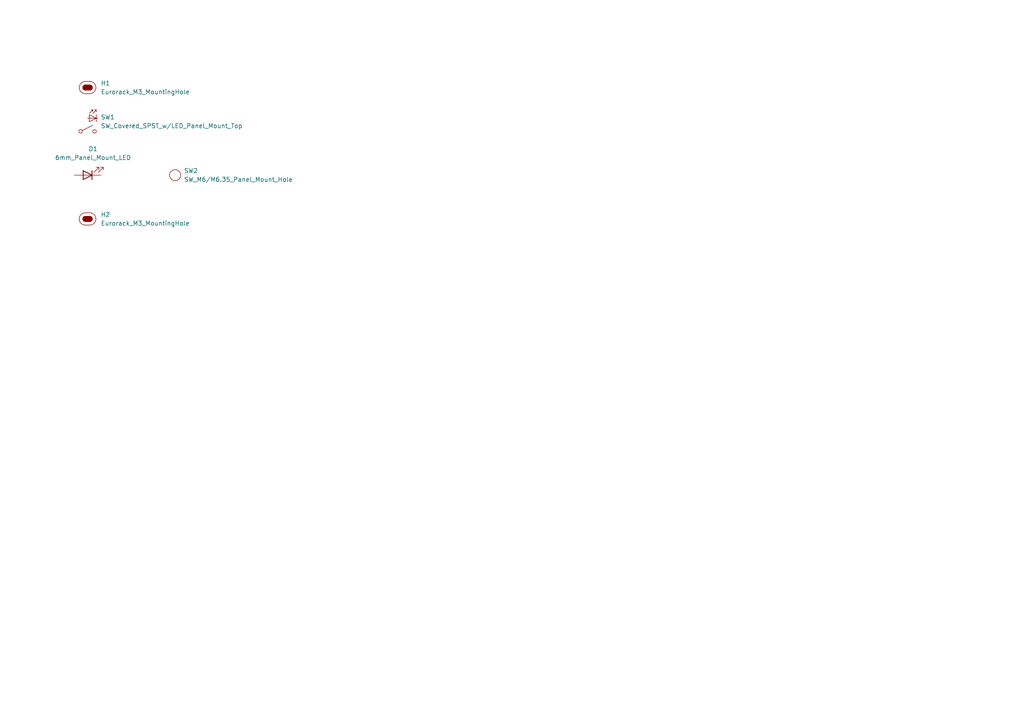
<source format=kicad_sch>
(kicad_sch (version 20250114) (generator "eeschema") (generator_version "9.0")
  (paper "A4")
  (lib_symbols
    (symbol "EXC:6mm_Panel_Mount_LED" (pin_numbers (hide yes)) (pin_names (offset 1.016) (hide yes))
      (property "Reference" "D" (at 0 2.54 0))
      (property "Value" "6mm_Panel_Mount_LED" (at 0 -3.556 0))
      (symbol "6mm_Panel_Mount_LED_0_1"
        (polyline (pts (xy -1.27 1.27) (xy -1.27 -1.27) (xy 1.27 0) (xy -1.27 1.27)) (stroke (width 0.254)))
        (polyline (pts (xy 1.27 1.27) (xy 1.27 -1.27)) (stroke (width 0.254)))
        (polyline (pts (xy 1.27 0) (xy -1.27 0)))
        (polyline (pts (xy 1.778 0.762) (xy 3.302 2.286) (xy 2.54 2.286) (xy 3.302 2.286) (xy 3.302 1.524)))
        (polyline (pts (xy 3.048 0.762) (xy 4.572 2.286) (xy 3.81 2.286) (xy 4.572 2.286) (xy 4.572 1.524)))
      )
      (symbol "6mm_Panel_Mount_LED_1_1"
        (pin passive line (at -3.81 0 0) (length 2.54) (name "A") (number "2"))
        (pin passive line (at 3.81 0 180) (length 2.54) (name "K") (number "1"))
      )
    )
    (symbol "EXC:Eurorack_M3_MountingHole" (pin_names (offset 1.016))
      (property "Reference" "H" (at 0 5.08 0))
      (property "Value" "Eurorack_M3_MountingHole" (at 0 3.175 0))
      (symbol "Eurorack_M3_MountingHole_0_1"
        (polyline (pts (xy -0.635 0.762) (xy 0.635 0.762)))
        (circle (center -0.635 0) (radius 0.762) (fill (type outline)))
        (arc (start -0.635 -0.762) (mid -1.397 0) (end -0.635 0.762))
        (arc (start -0.635 -1.778) (mid -2.413 0) (end -0.635 1.778))
        (polyline (pts (xy -0.635 -0.762) (xy 0.635 -0.762)))
        (polyline (pts (xy -0.635 -1.778) (xy 0.635 -1.778)))
        (circle (center 0 0) (radius 0.762) (fill (type outline)))
        (polyline (pts (xy 0.635 1.778) (xy -0.635 1.778)))
        (arc (start 0.6141 1.778) (mid 2.4131 0) (end 0.6141 -1.778))
        (arc (start 0.6227 0.762) (mid 1.3971 0) (end 0.6227 -0.762))
        (circle (center 0.635 0) (radius 0.762) (fill (type outline)))
      )
    )
    (symbol "EXC:SW_Covered_SPST_w/LED_Panel_Mount_Top" (pin_names (offset 0) (hide yes))
      (property "Reference" "SW" (at 0 7.366 0))
      (property "Value" "SW_Covered_SPST_w/LED_Panel_Mount_Top" (at 0 -2.54 0))
      (symbol "SW_Covered_SPST_w/LED_Panel_Mount_Top_0_0"
        (circle (center -2.032 0) (radius 0.508))
        (polyline (pts (xy -1.524 0.254) (xy 1.524 1.778)))
        (circle (center 2.032 0) (radius 0.508))
      )
      (symbol "SW_Covered_SPST_w/LED_Panel_Mount_Top_0_1"
        (polyline (pts (xy 0 3.81) (xy 2.54 3.81) (xy 3.048 3.81)))
        (polyline (pts (xy 0.508 5.207) (xy 1.524 6.223) (xy 1.016 6.223)))
        (polyline (pts (xy 0.508 2.794) (xy 0.508 4.826) (xy 2.54 3.81) (xy 0.508 2.794)))
        (polyline (pts (xy 1.524 6.223) (xy 1.524 5.715)))
        (polyline (pts (xy 1.524 5.207) (xy 2.54 6.223) (xy 2.032 6.223)))
        (polyline (pts (xy 2.54 6.223) (xy 2.54 5.715)))
        (polyline (pts (xy 2.54 2.794) (xy 2.54 4.826)))
      )
    )
    (symbol "EXC:SW_M6/6.35_Panel_Mount_Hole" (pin_names (offset 0) (hide yes))
      (property "Reference" "SW" (at 0 3.175 0))
      (property "Value" "SW_M6/M6.35_Panel_Mount_Hole" (at 0 -2.794 0))
      (symbol "SW_M6/6.35_Panel_Mount_Hole_0_0"
        (circle (center 0 0) (radius 1.6129))
      )
    )
  )
  (symbol (lib_id "EXC:Eurorack_M3_MountingHole") (at 25.4 25.4 0) (unit 1)
    (property "Reference" "H1" (at 29.21 24.1299 0) (effects (justify left)))
    (property "Value" "Eurorack_M3_MountingHole" (at 29.21 26.6699 0) (effects (justify left)))
    (property "Footprint" "EXC:MountingHole_3.2mm_M3" (effects (hide yes)))
    (property "Description" "Mounting Hole without connection" (effects (hide yes)))
  )
  (symbol (lib_id "EXC:6mm_Panel_Mount_LED") (at 25.4 50.8 0) (unit 1)
    (property "Reference" "D1" (at 26.9875 43.18 0))
    (property "Value" "6mm_Panel_Mount_LED" (at 26.9875 45.72 0))
    (property "Footprint" "EXC:6mm_Panel_Mount_LED" (effects (hide yes)))
    (property "Description" "Light emitting diode" (effects (hide yes)))
  )
  (symbol (lib_id "EXC:SW_M6/6.35_Panel_Mount_Hole") (at 50.8 50.8 0) (unit 1)
    (property "Reference" "SW2" (at 53.34 49.5299 0) (effects (justify left)))
    (property "Value" "SW_M6/M6.35_Panel_Mount_Hole" (at 53.34 52.0699 0) (effects (justify left)))
    (property "Footprint" "EXC:SW_M6-M6.35_Panel_Mount_Hole" (effects (hide yes)))
    (property "Datasheet" "https://ae01.alicdn.com/kf/S30ba4cd8ca6748179fcb108112fb1d3fP.jpg" (effects (hide yes)))
    (property "Description" "Hole for the top of the panel of the switch so it allows space for the M6-ish nut to sit inside" (effects (hide yes)))
    (property "Source" "https://www.aliexpress.com/item/4000512396094.html" (effects (hide yes)))
  )
  (symbol (lib_id "EXC:Eurorack_M3_MountingHole") (at 25.4 63.5 0) (unit 1)
    (property "Reference" "H2" (at 29.21 62.2299 0) (effects (justify left)))
    (property "Value" "Eurorack_M3_MountingHole" (at 29.21 64.7699 0) (effects (justify left)))
    (property "Footprint" "EXC:MountingHole_3.2mm_M3" (effects (hide yes)))
    (property "Description" "Mounting Hole without connection" (effects (hide yes)))
  )
  (symbol (lib_id "EXC:SW_Covered_SPST_w/LED_Panel_Mount_Top") (at 25.4 38.1 0) (unit 1)
    (property "Reference" "SW1" (at 29.21 33.9724 0) (effects (justify left)))
    (property "Value" "SW_Covered_SPST_w/LED_Panel_Mount_Top" (at 29.21 36.5124 0) (effects (justify left)))
    (property "Footprint" "EXC:Illuminated_Toggle_Switch_M12_Top" (effects (hide yes)))
    (property "Datasheet" "https://cdn-shop.adafruit.com/product-files/3219/LEDtoggle_switch_diagram.jpg" (effects (hide yes)))
    (property "Description" "Single Pole Single Throw (SPST) switch" (effects (hide yes)))
    (property "Source" "https://www.adafruit.com/product/3219" (effects (hide yes)))
  )
)
</source>
